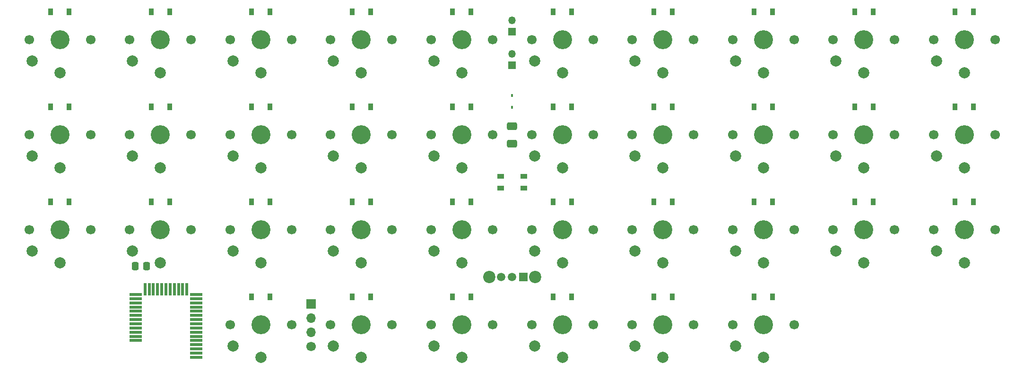
<source format=gbr>
%TF.GenerationSoftware,KiCad,Pcbnew,(6.0.4)*%
%TF.CreationDate,2022-04-26T18:03:51+09:00*%
%TF.ProjectId,hatchet36lp_pcb,68617463-6865-4743-9336-6c705f706362,rev?*%
%TF.SameCoordinates,Original*%
%TF.FileFunction,Soldermask,Bot*%
%TF.FilePolarity,Negative*%
%FSLAX46Y46*%
G04 Gerber Fmt 4.6, Leading zero omitted, Abs format (unit mm)*
G04 Created by KiCad (PCBNEW (6.0.4)) date 2022-04-26 18:03:51*
%MOMM*%
%LPD*%
G01*
G04 APERTURE LIST*
G04 Aperture macros list*
%AMRoundRect*
0 Rectangle with rounded corners*
0 $1 Rounding radius*
0 $2 $3 $4 $5 $6 $7 $8 $9 X,Y pos of 4 corners*
0 Add a 4 corners polygon primitive as box body*
4,1,4,$2,$3,$4,$5,$6,$7,$8,$9,$2,$3,0*
0 Add four circle primitives for the rounded corners*
1,1,$1+$1,$2,$3*
1,1,$1+$1,$4,$5*
1,1,$1+$1,$6,$7*
1,1,$1+$1,$8,$9*
0 Add four rect primitives between the rounded corners*
20,1,$1+$1,$2,$3,$4,$5,0*
20,1,$1+$1,$4,$5,$6,$7,0*
20,1,$1+$1,$6,$7,$8,$9,0*
20,1,$1+$1,$8,$9,$2,$3,0*%
G04 Aperture macros list end*
%ADD10C,1.700000*%
%ADD11C,3.400000*%
%ADD12C,2.000000*%
%ADD13R,0.900000X1.200000*%
%ADD14R,1.250000X0.850000*%
%ADD15RoundRect,0.250000X-0.650000X0.412500X-0.650000X-0.412500X0.650000X-0.412500X0.650000X0.412500X0*%
%ADD16R,1.350000X1.350000*%
%ADD17O,1.350000X1.350000*%
%ADD18R,2.200000X0.500000*%
%ADD19R,0.500000X2.200000*%
%ADD20R,1.700000X1.700000*%
%ADD21O,1.700000X1.700000*%
%ADD22C,2.200000*%
%ADD23R,1.500000X1.500000*%
%ADD24C,1.500000*%
%ADD25R,0.450000X0.600000*%
%ADD26RoundRect,0.250000X-0.337500X-0.475000X0.337500X-0.475000X0.337500X0.475000X-0.337500X0.475000X0*%
G04 APERTURE END LIST*
D10*
%TO.C,SW26*%
X154500000Y-92500000D03*
D11*
X149000000Y-92500000D03*
D10*
X143500000Y-92500000D03*
D12*
X149000000Y-98400000D03*
X144000000Y-96300000D03*
%TD*%
D11*
%TO.C,SW25*%
X131000000Y-92500000D03*
D10*
X125500000Y-92500000D03*
X136500000Y-92500000D03*
D12*
X131000000Y-98400000D03*
X126000000Y-96300000D03*
%TD*%
D10*
%TO.C,SW14*%
X107500000Y-75500000D03*
X118500000Y-75500000D03*
D11*
X113000000Y-75500000D03*
D12*
X113000000Y-81400000D03*
X108000000Y-79300000D03*
%TD*%
D11*
%TO.C,SW30*%
X221000000Y-92500000D03*
D10*
X215500000Y-92500000D03*
X226500000Y-92500000D03*
D12*
X221000000Y-98400000D03*
X216000000Y-96300000D03*
%TD*%
D10*
%TO.C,SW11*%
X64500000Y-75500000D03*
X53500000Y-75500000D03*
D11*
X59000000Y-75500000D03*
D12*
X59000000Y-81400000D03*
X54000000Y-79300000D03*
%TD*%
D11*
%TO.C,SW35*%
X167000000Y-109500000D03*
D10*
X172500000Y-109500000D03*
X161500000Y-109500000D03*
D12*
X167000000Y-115400000D03*
X162000000Y-113300000D03*
%TD*%
D10*
%TO.C,SW36*%
X179500000Y-109500000D03*
D11*
X185000000Y-109500000D03*
D10*
X190500000Y-109500000D03*
D12*
X185000000Y-115400000D03*
X180000000Y-113300000D03*
%TD*%
D10*
%TO.C,SW22*%
X82500000Y-92500000D03*
X71500000Y-92500000D03*
D11*
X77000000Y-92500000D03*
D12*
X77000000Y-98400000D03*
X72000000Y-96300000D03*
%TD*%
D11*
%TO.C,SW2*%
X77000000Y-58500000D03*
D10*
X82500000Y-58500000D03*
X71500000Y-58500000D03*
D12*
X77000000Y-64400000D03*
X72000000Y-62300000D03*
%TD*%
D10*
%TO.C,SW1*%
X64500000Y-58500000D03*
D11*
X59000000Y-58500000D03*
D10*
X53500000Y-58500000D03*
D12*
X59000000Y-64400000D03*
X54000000Y-62300000D03*
%TD*%
D10*
%TO.C,SW7*%
X161500000Y-58500000D03*
D11*
X167000000Y-58500000D03*
D10*
X172500000Y-58500000D03*
D12*
X167000000Y-64400000D03*
X162000000Y-62300000D03*
%TD*%
D11*
%TO.C,SW33*%
X131000000Y-109500000D03*
D10*
X125500000Y-109500000D03*
X136500000Y-109500000D03*
D12*
X131000000Y-115400000D03*
X126000000Y-113300000D03*
%TD*%
D10*
%TO.C,SW32*%
X107500000Y-109500000D03*
D11*
X113000000Y-109500000D03*
D10*
X118500000Y-109500000D03*
D12*
X113000000Y-115400000D03*
X108000000Y-113300000D03*
%TD*%
D10*
%TO.C,SW20*%
X215500000Y-75500000D03*
X226500000Y-75500000D03*
D11*
X221000000Y-75500000D03*
D12*
X221000000Y-81400000D03*
X216000000Y-79300000D03*
%TD*%
D10*
%TO.C,SW27*%
X172500000Y-92500000D03*
D11*
X167000000Y-92500000D03*
D10*
X161500000Y-92500000D03*
D12*
X167000000Y-98400000D03*
X162000000Y-96300000D03*
%TD*%
D10*
%TO.C,SW16*%
X154500000Y-75500000D03*
X143500000Y-75500000D03*
D11*
X149000000Y-75500000D03*
D12*
X149000000Y-81400000D03*
X144000000Y-79300000D03*
%TD*%
D10*
%TO.C,SW19*%
X208500000Y-75500000D03*
X197500000Y-75500000D03*
D11*
X203000000Y-75500000D03*
D12*
X203000000Y-81400000D03*
X198000000Y-79300000D03*
%TD*%
D11*
%TO.C,SW34*%
X149000000Y-109500000D03*
D10*
X154500000Y-109500000D03*
X143500000Y-109500000D03*
D12*
X149000000Y-115400000D03*
X144000000Y-113300000D03*
%TD*%
D10*
%TO.C,SW3*%
X100500000Y-58500000D03*
D11*
X95000000Y-58500000D03*
D10*
X89500000Y-58500000D03*
D12*
X95000000Y-64400000D03*
X90000000Y-62300000D03*
%TD*%
D10*
%TO.C,SW17*%
X161500000Y-75500000D03*
D11*
X167000000Y-75500000D03*
D10*
X172500000Y-75500000D03*
D12*
X167000000Y-81400000D03*
X162000000Y-79300000D03*
%TD*%
D11*
%TO.C,SW15*%
X131000000Y-75500000D03*
D10*
X136500000Y-75500000D03*
X125500000Y-75500000D03*
D12*
X131000000Y-81400000D03*
X126000000Y-79300000D03*
%TD*%
D10*
%TO.C,SW29*%
X208500000Y-92500000D03*
X197500000Y-92500000D03*
D11*
X203000000Y-92500000D03*
D12*
X203000000Y-98400000D03*
X198000000Y-96300000D03*
%TD*%
D11*
%TO.C,SW6*%
X149000000Y-58500000D03*
D10*
X154500000Y-58500000D03*
X143500000Y-58500000D03*
D12*
X149000000Y-64400000D03*
X144000000Y-62300000D03*
%TD*%
D10*
%TO.C,SW23*%
X100500000Y-92500000D03*
D11*
X95000000Y-92500000D03*
D10*
X89500000Y-92500000D03*
D12*
X95000000Y-98400000D03*
X90000000Y-96300000D03*
%TD*%
D10*
%TO.C,SW13*%
X89500000Y-75500000D03*
D11*
X95000000Y-75500000D03*
D10*
X100500000Y-75500000D03*
D12*
X95000000Y-81400000D03*
X90000000Y-79300000D03*
%TD*%
D11*
%TO.C,SW28*%
X185000000Y-92500000D03*
D10*
X190500000Y-92500000D03*
X179500000Y-92500000D03*
D12*
X185000000Y-98400000D03*
X180000000Y-96300000D03*
%TD*%
D11*
%TO.C,SW24*%
X113000000Y-92500000D03*
D10*
X107500000Y-92500000D03*
X118500000Y-92500000D03*
D12*
X113000000Y-98400000D03*
X108000000Y-96300000D03*
%TD*%
D11*
%TO.C,SW18*%
X185000000Y-75500000D03*
D10*
X190500000Y-75500000D03*
X179500000Y-75500000D03*
D12*
X185000000Y-81400000D03*
X180000000Y-79300000D03*
%TD*%
D11*
%TO.C,SW4*%
X113000000Y-58500000D03*
D10*
X118500000Y-58500000D03*
X107500000Y-58500000D03*
D12*
X113000000Y-64400000D03*
X108000000Y-62300000D03*
%TD*%
D10*
%TO.C,SW12*%
X82500000Y-75500000D03*
X71500000Y-75500000D03*
D11*
X77000000Y-75500000D03*
D12*
X77000000Y-81400000D03*
X72000000Y-79300000D03*
%TD*%
D10*
%TO.C,SW5*%
X136500000Y-58500000D03*
D11*
X131000000Y-58500000D03*
D10*
X125500000Y-58500000D03*
D12*
X131000000Y-64400000D03*
X126000000Y-62300000D03*
%TD*%
D11*
%TO.C,SW9*%
X203000000Y-58500000D03*
D10*
X208500000Y-58500000D03*
X197500000Y-58500000D03*
D12*
X203000000Y-64400000D03*
X198000000Y-62300000D03*
%TD*%
D11*
%TO.C,SW8*%
X185000000Y-58500000D03*
D10*
X179500000Y-58500000D03*
X190500000Y-58500000D03*
D12*
X185000000Y-64400000D03*
X180000000Y-62300000D03*
%TD*%
D10*
%TO.C,SW21*%
X53500000Y-92500000D03*
X64500000Y-92500000D03*
D11*
X59000000Y-92500000D03*
D12*
X59000000Y-98400000D03*
X54000000Y-96300000D03*
%TD*%
D11*
%TO.C,SW31*%
X95000000Y-109500000D03*
D10*
X100500000Y-109500000D03*
X89500000Y-109500000D03*
D12*
X95000000Y-115400000D03*
X90000000Y-113300000D03*
%TD*%
D10*
%TO.C,SW10*%
X226500000Y-58500000D03*
D11*
X221000000Y-58500000D03*
D10*
X215500000Y-58500000D03*
D12*
X221000000Y-64400000D03*
X216000000Y-62300000D03*
%TD*%
D13*
%TO.C,D12*%
X78650000Y-70500000D03*
X75350000Y-70500000D03*
%TD*%
D14*
%TO.C,SW37*%
X142075000Y-82925000D03*
X137925000Y-82925000D03*
X142075000Y-85075000D03*
X137925000Y-85075000D03*
%TD*%
D13*
%TO.C,D27*%
X168650000Y-87500000D03*
X165350000Y-87500000D03*
%TD*%
%TO.C,D1*%
X60650000Y-53500000D03*
X57350000Y-53500000D03*
%TD*%
D15*
%TO.C,C2*%
X140000000Y-73937500D03*
X140000000Y-77062500D03*
%TD*%
D13*
%TO.C,D6*%
X150650000Y-53500000D03*
X147350000Y-53500000D03*
%TD*%
D16*
%TO.C,J1*%
X140000000Y-63000000D03*
D17*
X140000000Y-61000000D03*
%TD*%
D13*
%TO.C,D23*%
X96650000Y-87500000D03*
X93350000Y-87500000D03*
%TD*%
%TO.C,D29*%
X204650000Y-87500000D03*
X201350000Y-87500000D03*
%TD*%
%TO.C,D34*%
X150650000Y-104500000D03*
X147350000Y-104500000D03*
%TD*%
%TO.C,D16*%
X150650000Y-70500000D03*
X147350000Y-70500000D03*
%TD*%
%TO.C,D8*%
X186650000Y-53500000D03*
X183350000Y-53500000D03*
%TD*%
%TO.C,D28*%
X186650000Y-87500000D03*
X183350000Y-87500000D03*
%TD*%
%TO.C,D7*%
X168650000Y-53500000D03*
X165350000Y-53500000D03*
%TD*%
%TO.C,D35*%
X168650000Y-104500000D03*
X165350000Y-104500000D03*
%TD*%
%TO.C,D33*%
X132650000Y-104500000D03*
X129350000Y-104500000D03*
%TD*%
%TO.C,D36*%
X186650000Y-104500000D03*
X183350000Y-104500000D03*
%TD*%
%TO.C,D2*%
X78650000Y-53500000D03*
X75350000Y-53500000D03*
%TD*%
%TO.C,D18*%
X186650000Y-70500000D03*
X183350000Y-70500000D03*
%TD*%
D18*
%TO.C,U1*%
X83400000Y-115350000D03*
X83400000Y-114600000D03*
X83400000Y-113850000D03*
X83400000Y-113100000D03*
X83400000Y-112350000D03*
X83400000Y-111600000D03*
X83400000Y-110850000D03*
X83400000Y-110100000D03*
X83400000Y-109350000D03*
X83400000Y-108600000D03*
X83400000Y-107850000D03*
X83400000Y-107100000D03*
X83400000Y-106350000D03*
X83400000Y-105600000D03*
X83400000Y-104850000D03*
X83400000Y-104100000D03*
D19*
X81750000Y-103150000D03*
X81000000Y-103150000D03*
X80250000Y-103150000D03*
X79500000Y-103150000D03*
X78750000Y-103150000D03*
X78000000Y-103150000D03*
X77250000Y-103150000D03*
X76500000Y-103150000D03*
X75750000Y-103150000D03*
X75000000Y-103150000D03*
X74250000Y-103150000D03*
D18*
X72600000Y-104100000D03*
X72600000Y-104850000D03*
X72600000Y-105600000D03*
X72600000Y-106350000D03*
X72600000Y-107100000D03*
X72600000Y-107850000D03*
X72600000Y-108600000D03*
X72600000Y-109350000D03*
X72600000Y-110100000D03*
X72600000Y-110850000D03*
X72600000Y-111600000D03*
X72600000Y-112350000D03*
%TD*%
D16*
%TO.C,J2*%
X140000000Y-57000000D03*
D17*
X140000000Y-55000000D03*
%TD*%
D13*
%TO.C,D31*%
X96650000Y-104500000D03*
X93350000Y-104500000D03*
%TD*%
%TO.C,D24*%
X114650000Y-87500000D03*
X111350000Y-87500000D03*
%TD*%
%TO.C,D4*%
X114650000Y-53500000D03*
X111350000Y-53500000D03*
%TD*%
%TO.C,D13*%
X96650000Y-70500000D03*
X93350000Y-70500000D03*
%TD*%
%TO.C,D3*%
X96650000Y-53500000D03*
X93350000Y-53500000D03*
%TD*%
%TO.C,D22*%
X78650000Y-87500000D03*
X75350000Y-87500000D03*
%TD*%
%TO.C,D26*%
X150650000Y-87500000D03*
X147350000Y-87500000D03*
%TD*%
%TO.C,D21*%
X60650000Y-87500000D03*
X57350000Y-87500000D03*
%TD*%
%TO.C,D5*%
X132650000Y-53500000D03*
X129350000Y-53500000D03*
%TD*%
D20*
%TO.C,J3*%
X104000000Y-105780000D03*
D21*
X104000000Y-108320000D03*
X104000000Y-110860000D03*
D10*
X104000000Y-113400000D03*
%TD*%
D13*
%TO.C,D17*%
X168650000Y-70500000D03*
X165350000Y-70500000D03*
%TD*%
D22*
%TO.C,SW38*%
X144100000Y-101002500D03*
X135900000Y-101002500D03*
D23*
X142000000Y-101002500D03*
D24*
X140000000Y-101002500D03*
X138000000Y-101002500D03*
%TD*%
D13*
%TO.C,D10*%
X222650000Y-53500000D03*
X219350000Y-53500000D03*
%TD*%
%TO.C,D25*%
X132650000Y-87500000D03*
X129350000Y-87500000D03*
%TD*%
D25*
%TO.C,D37*%
X140000000Y-70550000D03*
X140000000Y-68450000D03*
%TD*%
D13*
%TO.C,D9*%
X204650000Y-53500000D03*
X201350000Y-53500000D03*
%TD*%
%TO.C,D30*%
X222650000Y-87500000D03*
X219350000Y-87500000D03*
%TD*%
%TO.C,D15*%
X132650000Y-70500000D03*
X129350000Y-70500000D03*
%TD*%
%TO.C,D19*%
X204650000Y-70500000D03*
X201350000Y-70500000D03*
%TD*%
%TO.C,D11*%
X60650000Y-70500000D03*
X57350000Y-70500000D03*
%TD*%
D26*
%TO.C,C1*%
X72462500Y-99000000D03*
X74537500Y-99000000D03*
%TD*%
D13*
%TO.C,D14*%
X114650000Y-70500000D03*
X111350000Y-70500000D03*
%TD*%
%TO.C,D20*%
X222650000Y-70500000D03*
X219350000Y-70500000D03*
%TD*%
%TO.C,D32*%
X114650000Y-104500000D03*
X111350000Y-104500000D03*
%TD*%
M02*

</source>
